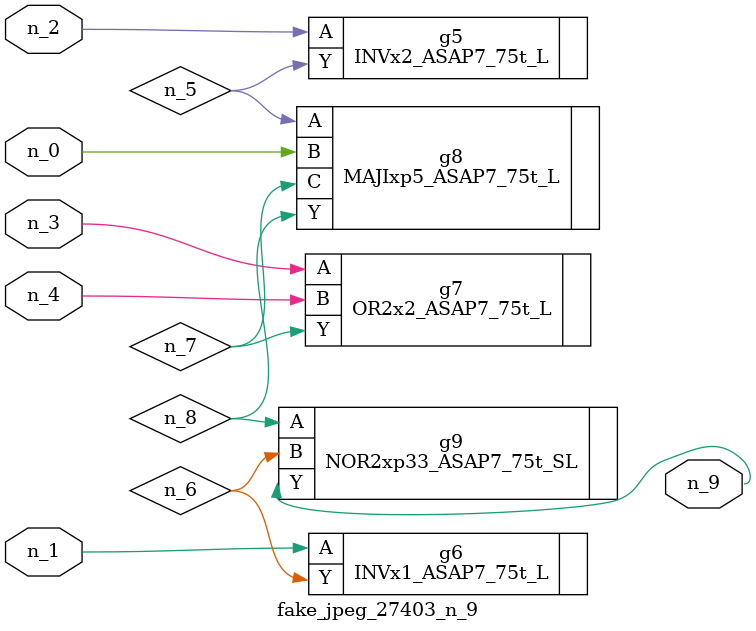
<source format=v>
module fake_jpeg_27403_n_9 (n_3, n_2, n_1, n_0, n_4, n_9);

input n_3;
input n_2;
input n_1;
input n_0;
input n_4;

output n_9;

wire n_8;
wire n_6;
wire n_5;
wire n_7;

INVx2_ASAP7_75t_L g5 ( 
.A(n_2),
.Y(n_5)
);

INVx1_ASAP7_75t_L g6 ( 
.A(n_1),
.Y(n_6)
);

OR2x2_ASAP7_75t_L g7 ( 
.A(n_3),
.B(n_4),
.Y(n_7)
);

MAJIxp5_ASAP7_75t_L g8 ( 
.A(n_5),
.B(n_0),
.C(n_7),
.Y(n_8)
);

NOR2xp33_ASAP7_75t_SL g9 ( 
.A(n_8),
.B(n_6),
.Y(n_9)
);


endmodule
</source>
